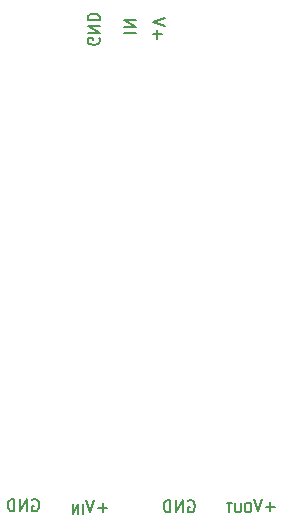
<source format=gbr>
%TF.GenerationSoftware,KiCad,Pcbnew,7.0.5*%
%TF.CreationDate,2023-11-06T15:38:15-08:00*%
%TF.ProjectId,HighSideSwitchModule,48696768-5369-4646-9553-77697463684d,rev?*%
%TF.SameCoordinates,Original*%
%TF.FileFunction,Legend,Bot*%
%TF.FilePolarity,Positive*%
%FSLAX46Y46*%
G04 Gerber Fmt 4.6, Leading zero omitted, Abs format (unit mm)*
G04 Created by KiCad (PCBNEW 7.0.5) date 2023-11-06 15:38:15*
%MOMM*%
%LPD*%
G01*
G04 APERTURE LIST*
%ADD10C,0.150000*%
G04 APERTURE END LIST*
D10*
X167463220Y-93888866D02*
X166701316Y-93888866D01*
X167082268Y-94269819D02*
X167082268Y-93507914D01*
X166367982Y-93269819D02*
X166034649Y-94269819D01*
X166034649Y-94269819D02*
X165701316Y-93269819D01*
X165263220Y-93580295D02*
X165110839Y-93580295D01*
X165110839Y-93580295D02*
X165034649Y-93618390D01*
X165034649Y-93618390D02*
X164958458Y-93694580D01*
X164958458Y-93694580D02*
X164920363Y-93846961D01*
X164920363Y-93846961D02*
X164920363Y-94113628D01*
X164920363Y-94113628D02*
X164958458Y-94266009D01*
X164958458Y-94266009D02*
X165034649Y-94342200D01*
X165034649Y-94342200D02*
X165110839Y-94380295D01*
X165110839Y-94380295D02*
X165263220Y-94380295D01*
X165263220Y-94380295D02*
X165339411Y-94342200D01*
X165339411Y-94342200D02*
X165415601Y-94266009D01*
X165415601Y-94266009D02*
X165453697Y-94113628D01*
X165453697Y-94113628D02*
X165453697Y-93846961D01*
X165453697Y-93846961D02*
X165415601Y-93694580D01*
X165415601Y-93694580D02*
X165339411Y-93618390D01*
X165339411Y-93618390D02*
X165263220Y-93580295D01*
X164577506Y-93580295D02*
X164577506Y-94227914D01*
X164577506Y-94227914D02*
X164539411Y-94304104D01*
X164539411Y-94304104D02*
X164501316Y-94342200D01*
X164501316Y-94342200D02*
X164425125Y-94380295D01*
X164425125Y-94380295D02*
X164272744Y-94380295D01*
X164272744Y-94380295D02*
X164196554Y-94342200D01*
X164196554Y-94342200D02*
X164158459Y-94304104D01*
X164158459Y-94304104D02*
X164120363Y-94227914D01*
X164120363Y-94227914D02*
X164120363Y-93580295D01*
X163853697Y-93580295D02*
X163396554Y-93580295D01*
X163625126Y-94380295D02*
X163625126Y-93580295D01*
X160139411Y-93417438D02*
X160234649Y-93369819D01*
X160234649Y-93369819D02*
X160377506Y-93369819D01*
X160377506Y-93369819D02*
X160520363Y-93417438D01*
X160520363Y-93417438D02*
X160615601Y-93512676D01*
X160615601Y-93512676D02*
X160663220Y-93607914D01*
X160663220Y-93607914D02*
X160710839Y-93798390D01*
X160710839Y-93798390D02*
X160710839Y-93941247D01*
X160710839Y-93941247D02*
X160663220Y-94131723D01*
X160663220Y-94131723D02*
X160615601Y-94226961D01*
X160615601Y-94226961D02*
X160520363Y-94322200D01*
X160520363Y-94322200D02*
X160377506Y-94369819D01*
X160377506Y-94369819D02*
X160282268Y-94369819D01*
X160282268Y-94369819D02*
X160139411Y-94322200D01*
X160139411Y-94322200D02*
X160091792Y-94274580D01*
X160091792Y-94274580D02*
X160091792Y-93941247D01*
X160091792Y-93941247D02*
X160282268Y-93941247D01*
X159663220Y-94369819D02*
X159663220Y-93369819D01*
X159663220Y-93369819D02*
X159091792Y-94369819D01*
X159091792Y-94369819D02*
X159091792Y-93369819D01*
X158615601Y-94369819D02*
X158615601Y-93369819D01*
X158615601Y-93369819D02*
X158377506Y-93369819D01*
X158377506Y-93369819D02*
X158234649Y-93417438D01*
X158234649Y-93417438D02*
X158139411Y-93512676D01*
X158139411Y-93512676D02*
X158091792Y-93607914D01*
X158091792Y-93607914D02*
X158044173Y-93798390D01*
X158044173Y-93798390D02*
X158044173Y-93941247D01*
X158044173Y-93941247D02*
X158091792Y-94131723D01*
X158091792Y-94131723D02*
X158139411Y-94226961D01*
X158139411Y-94226961D02*
X158234649Y-94322200D01*
X158234649Y-94322200D02*
X158377506Y-94369819D01*
X158377506Y-94369819D02*
X158615601Y-94369819D01*
X153263220Y-93988866D02*
X152501316Y-93988866D01*
X152882268Y-94369819D02*
X152882268Y-93607914D01*
X152167982Y-93369819D02*
X151834649Y-94369819D01*
X151834649Y-94369819D02*
X151501316Y-93369819D01*
X151215601Y-94480295D02*
X151215601Y-93680295D01*
X150834649Y-94480295D02*
X150834649Y-93680295D01*
X150834649Y-93680295D02*
X150377506Y-94480295D01*
X150377506Y-94480295D02*
X150377506Y-93680295D01*
X146939411Y-93317438D02*
X147034649Y-93269819D01*
X147034649Y-93269819D02*
X147177506Y-93269819D01*
X147177506Y-93269819D02*
X147320363Y-93317438D01*
X147320363Y-93317438D02*
X147415601Y-93412676D01*
X147415601Y-93412676D02*
X147463220Y-93507914D01*
X147463220Y-93507914D02*
X147510839Y-93698390D01*
X147510839Y-93698390D02*
X147510839Y-93841247D01*
X147510839Y-93841247D02*
X147463220Y-94031723D01*
X147463220Y-94031723D02*
X147415601Y-94126961D01*
X147415601Y-94126961D02*
X147320363Y-94222200D01*
X147320363Y-94222200D02*
X147177506Y-94269819D01*
X147177506Y-94269819D02*
X147082268Y-94269819D01*
X147082268Y-94269819D02*
X146939411Y-94222200D01*
X146939411Y-94222200D02*
X146891792Y-94174580D01*
X146891792Y-94174580D02*
X146891792Y-93841247D01*
X146891792Y-93841247D02*
X147082268Y-93841247D01*
X146463220Y-94269819D02*
X146463220Y-93269819D01*
X146463220Y-93269819D02*
X145891792Y-94269819D01*
X145891792Y-94269819D02*
X145891792Y-93269819D01*
X145415601Y-94269819D02*
X145415601Y-93269819D01*
X145415601Y-93269819D02*
X145177506Y-93269819D01*
X145177506Y-93269819D02*
X145034649Y-93317438D01*
X145034649Y-93317438D02*
X144939411Y-93412676D01*
X144939411Y-93412676D02*
X144891792Y-93507914D01*
X144891792Y-93507914D02*
X144844173Y-93698390D01*
X144844173Y-93698390D02*
X144844173Y-93841247D01*
X144844173Y-93841247D02*
X144891792Y-94031723D01*
X144891792Y-94031723D02*
X144939411Y-94126961D01*
X144939411Y-94126961D02*
X145034649Y-94222200D01*
X145034649Y-94222200D02*
X145177506Y-94269819D01*
X145177506Y-94269819D02*
X145415601Y-94269819D01*
X157511133Y-54263220D02*
X157511133Y-53501316D01*
X157130180Y-53882268D02*
X157892085Y-53882268D01*
X158130180Y-53167982D02*
X157130180Y-52834649D01*
X157130180Y-52834649D02*
X158130180Y-52501316D01*
X154730180Y-53763220D02*
X155730180Y-53763220D01*
X154730180Y-53287030D02*
X155730180Y-53287030D01*
X155730180Y-53287030D02*
X154730180Y-52715602D01*
X154730180Y-52715602D02*
X155730180Y-52715602D01*
X152582561Y-54239411D02*
X152630180Y-54334649D01*
X152630180Y-54334649D02*
X152630180Y-54477506D01*
X152630180Y-54477506D02*
X152582561Y-54620363D01*
X152582561Y-54620363D02*
X152487323Y-54715601D01*
X152487323Y-54715601D02*
X152392085Y-54763220D01*
X152392085Y-54763220D02*
X152201609Y-54810839D01*
X152201609Y-54810839D02*
X152058752Y-54810839D01*
X152058752Y-54810839D02*
X151868276Y-54763220D01*
X151868276Y-54763220D02*
X151773038Y-54715601D01*
X151773038Y-54715601D02*
X151677800Y-54620363D01*
X151677800Y-54620363D02*
X151630180Y-54477506D01*
X151630180Y-54477506D02*
X151630180Y-54382268D01*
X151630180Y-54382268D02*
X151677800Y-54239411D01*
X151677800Y-54239411D02*
X151725419Y-54191792D01*
X151725419Y-54191792D02*
X152058752Y-54191792D01*
X152058752Y-54191792D02*
X152058752Y-54382268D01*
X151630180Y-53763220D02*
X152630180Y-53763220D01*
X152630180Y-53763220D02*
X151630180Y-53191792D01*
X151630180Y-53191792D02*
X152630180Y-53191792D01*
X151630180Y-52715601D02*
X152630180Y-52715601D01*
X152630180Y-52715601D02*
X152630180Y-52477506D01*
X152630180Y-52477506D02*
X152582561Y-52334649D01*
X152582561Y-52334649D02*
X152487323Y-52239411D01*
X152487323Y-52239411D02*
X152392085Y-52191792D01*
X152392085Y-52191792D02*
X152201609Y-52144173D01*
X152201609Y-52144173D02*
X152058752Y-52144173D01*
X152058752Y-52144173D02*
X151868276Y-52191792D01*
X151868276Y-52191792D02*
X151773038Y-52239411D01*
X151773038Y-52239411D02*
X151677800Y-52334649D01*
X151677800Y-52334649D02*
X151630180Y-52477506D01*
X151630180Y-52477506D02*
X151630180Y-52715601D01*
M02*

</source>
